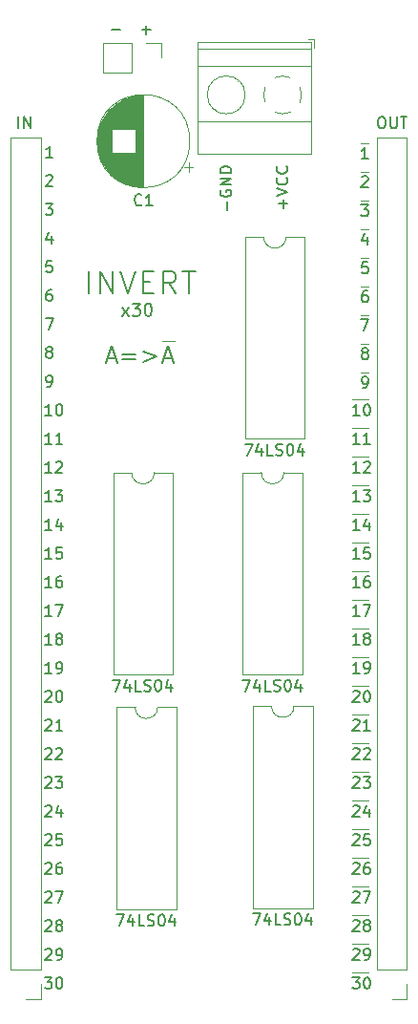
<source format=gbr>
%TF.GenerationSoftware,KiCad,Pcbnew,(5.1.9-0-10_14)*%
%TF.CreationDate,2021-06-04T20:59:10-04:00*%
%TF.ProjectId,INVERT_CONTROL_INTERFACE,494e5645-5254-45f4-934f-4e54524f4c5f,rev?*%
%TF.SameCoordinates,Original*%
%TF.FileFunction,Legend,Top*%
%TF.FilePolarity,Positive*%
%FSLAX46Y46*%
G04 Gerber Fmt 4.6, Leading zero omitted, Abs format (unit mm)*
G04 Created by KiCad (PCBNEW (5.1.9-0-10_14)) date 2021-06-04 20:59:10*
%MOMM*%
%LPD*%
G01*
G04 APERTURE LIST*
%ADD10C,0.150000*%
%ADD11C,0.120000*%
%ADD12C,0.170000*%
%ADD13C,0.200000*%
G04 APERTURE END LIST*
D10*
X94880952Y-50828571D02*
X94119047Y-50828571D01*
X94500000Y-50447619D02*
X94500000Y-51209523D01*
X92180952Y-50828571D02*
X91419047Y-50828571D01*
D11*
X95900000Y-78400000D02*
X97000000Y-78400000D01*
D12*
X91042857Y-79950000D02*
X91757142Y-79950000D01*
X90900000Y-80378571D02*
X91400000Y-78878571D01*
X91900000Y-80378571D01*
X92400000Y-79592857D02*
X93542857Y-79592857D01*
X93542857Y-80021428D02*
X92400000Y-80021428D01*
X94257142Y-79378571D02*
X95400000Y-79807142D01*
X94257142Y-80235714D01*
X96042857Y-79950000D02*
X96757142Y-79950000D01*
X95900000Y-80378571D02*
X96400000Y-78878571D01*
X96900000Y-80378571D01*
X92364285Y-76197619D02*
X92940476Y-75464285D01*
X92364285Y-75464285D02*
X92940476Y-76197619D01*
X93254761Y-75097619D02*
X93935714Y-75097619D01*
X93569047Y-75516666D01*
X93726190Y-75516666D01*
X93830952Y-75569047D01*
X93883333Y-75621428D01*
X93935714Y-75726190D01*
X93935714Y-75988095D01*
X93883333Y-76092857D01*
X93830952Y-76145238D01*
X93726190Y-76197619D01*
X93411904Y-76197619D01*
X93307142Y-76145238D01*
X93254761Y-76092857D01*
X94616666Y-75097619D02*
X94721428Y-75097619D01*
X94826190Y-75150000D01*
X94878571Y-75202380D01*
X94930952Y-75307142D01*
X94983333Y-75516666D01*
X94983333Y-75778571D01*
X94930952Y-75988095D01*
X94878571Y-76092857D01*
X94826190Y-76145238D01*
X94721428Y-76197619D01*
X94616666Y-76197619D01*
X94511904Y-76145238D01*
X94459523Y-76092857D01*
X94407142Y-75988095D01*
X94354761Y-75778571D01*
X94354761Y-75516666D01*
X94407142Y-75307142D01*
X94459523Y-75202380D01*
X94511904Y-75150000D01*
X94616666Y-75097619D01*
D13*
X89428571Y-74204761D02*
X89428571Y-72204761D01*
X90380952Y-74204761D02*
X90380952Y-72204761D01*
X91523809Y-74204761D01*
X91523809Y-72204761D01*
X92190476Y-72204761D02*
X92857142Y-74204761D01*
X93523809Y-72204761D01*
X94190476Y-73157142D02*
X94857142Y-73157142D01*
X95142857Y-74204761D02*
X94190476Y-74204761D01*
X94190476Y-72204761D01*
X95142857Y-72204761D01*
X97142857Y-74204761D02*
X96476190Y-73252380D01*
X96000000Y-74204761D02*
X96000000Y-72204761D01*
X96761904Y-72204761D01*
X96952380Y-72300000D01*
X97047619Y-72395238D01*
X97142857Y-72585714D01*
X97142857Y-72871428D01*
X97047619Y-73061904D01*
X96952380Y-73157142D01*
X96761904Y-73252380D01*
X96000000Y-73252380D01*
X97714285Y-72204761D02*
X98857142Y-72204761D01*
X98285714Y-74204761D02*
X98285714Y-72204761D01*
D10*
X103957142Y-129152380D02*
X104623809Y-129152380D01*
X104195238Y-130152380D01*
X105433333Y-129485714D02*
X105433333Y-130152380D01*
X105195238Y-129104761D02*
X104957142Y-129819047D01*
X105576190Y-129819047D01*
X106433333Y-130152380D02*
X105957142Y-130152380D01*
X105957142Y-129152380D01*
X106719047Y-130104761D02*
X106861904Y-130152380D01*
X107100000Y-130152380D01*
X107195238Y-130104761D01*
X107242857Y-130057142D01*
X107290476Y-129961904D01*
X107290476Y-129866666D01*
X107242857Y-129771428D01*
X107195238Y-129723809D01*
X107100000Y-129676190D01*
X106909523Y-129628571D01*
X106814285Y-129580952D01*
X106766666Y-129533333D01*
X106719047Y-129438095D01*
X106719047Y-129342857D01*
X106766666Y-129247619D01*
X106814285Y-129200000D01*
X106909523Y-129152380D01*
X107147619Y-129152380D01*
X107290476Y-129200000D01*
X107909523Y-129152380D02*
X108004761Y-129152380D01*
X108100000Y-129200000D01*
X108147619Y-129247619D01*
X108195238Y-129342857D01*
X108242857Y-129533333D01*
X108242857Y-129771428D01*
X108195238Y-129961904D01*
X108147619Y-130057142D01*
X108100000Y-130104761D01*
X108004761Y-130152380D01*
X107909523Y-130152380D01*
X107814285Y-130104761D01*
X107766666Y-130057142D01*
X107719047Y-129961904D01*
X107671428Y-129771428D01*
X107671428Y-129533333D01*
X107719047Y-129342857D01*
X107766666Y-129247619D01*
X107814285Y-129200000D01*
X107909523Y-129152380D01*
X109100000Y-129485714D02*
X109100000Y-130152380D01*
X108861904Y-129104761D02*
X108623809Y-129819047D01*
X109242857Y-129819047D01*
X91857142Y-129252380D02*
X92523809Y-129252380D01*
X92095238Y-130252380D01*
X93333333Y-129585714D02*
X93333333Y-130252380D01*
X93095238Y-129204761D02*
X92857142Y-129919047D01*
X93476190Y-129919047D01*
X94333333Y-130252380D02*
X93857142Y-130252380D01*
X93857142Y-129252380D01*
X94619047Y-130204761D02*
X94761904Y-130252380D01*
X95000000Y-130252380D01*
X95095238Y-130204761D01*
X95142857Y-130157142D01*
X95190476Y-130061904D01*
X95190476Y-129966666D01*
X95142857Y-129871428D01*
X95095238Y-129823809D01*
X95000000Y-129776190D01*
X94809523Y-129728571D01*
X94714285Y-129680952D01*
X94666666Y-129633333D01*
X94619047Y-129538095D01*
X94619047Y-129442857D01*
X94666666Y-129347619D01*
X94714285Y-129300000D01*
X94809523Y-129252380D01*
X95047619Y-129252380D01*
X95190476Y-129300000D01*
X95809523Y-129252380D02*
X95904761Y-129252380D01*
X96000000Y-129300000D01*
X96047619Y-129347619D01*
X96095238Y-129442857D01*
X96142857Y-129633333D01*
X96142857Y-129871428D01*
X96095238Y-130061904D01*
X96047619Y-130157142D01*
X96000000Y-130204761D01*
X95904761Y-130252380D01*
X95809523Y-130252380D01*
X95714285Y-130204761D01*
X95666666Y-130157142D01*
X95619047Y-130061904D01*
X95571428Y-129871428D01*
X95571428Y-129633333D01*
X95619047Y-129442857D01*
X95666666Y-129347619D01*
X95714285Y-129300000D01*
X95809523Y-129252380D01*
X97000000Y-129585714D02*
X97000000Y-130252380D01*
X96761904Y-129204761D02*
X96523809Y-129919047D01*
X97142857Y-129919047D01*
X91557142Y-108452380D02*
X92223809Y-108452380D01*
X91795238Y-109452380D01*
X93033333Y-108785714D02*
X93033333Y-109452380D01*
X92795238Y-108404761D02*
X92557142Y-109119047D01*
X93176190Y-109119047D01*
X94033333Y-109452380D02*
X93557142Y-109452380D01*
X93557142Y-108452380D01*
X94319047Y-109404761D02*
X94461904Y-109452380D01*
X94700000Y-109452380D01*
X94795238Y-109404761D01*
X94842857Y-109357142D01*
X94890476Y-109261904D01*
X94890476Y-109166666D01*
X94842857Y-109071428D01*
X94795238Y-109023809D01*
X94700000Y-108976190D01*
X94509523Y-108928571D01*
X94414285Y-108880952D01*
X94366666Y-108833333D01*
X94319047Y-108738095D01*
X94319047Y-108642857D01*
X94366666Y-108547619D01*
X94414285Y-108500000D01*
X94509523Y-108452380D01*
X94747619Y-108452380D01*
X94890476Y-108500000D01*
X95509523Y-108452380D02*
X95604761Y-108452380D01*
X95700000Y-108500000D01*
X95747619Y-108547619D01*
X95795238Y-108642857D01*
X95842857Y-108833333D01*
X95842857Y-109071428D01*
X95795238Y-109261904D01*
X95747619Y-109357142D01*
X95700000Y-109404761D01*
X95604761Y-109452380D01*
X95509523Y-109452380D01*
X95414285Y-109404761D01*
X95366666Y-109357142D01*
X95319047Y-109261904D01*
X95271428Y-109071428D01*
X95271428Y-108833333D01*
X95319047Y-108642857D01*
X95366666Y-108547619D01*
X95414285Y-108500000D01*
X95509523Y-108452380D01*
X96700000Y-108785714D02*
X96700000Y-109452380D01*
X96461904Y-108404761D02*
X96223809Y-109119047D01*
X96842857Y-109119047D01*
X103057142Y-108452380D02*
X103723809Y-108452380D01*
X103295238Y-109452380D01*
X104533333Y-108785714D02*
X104533333Y-109452380D01*
X104295238Y-108404761D02*
X104057142Y-109119047D01*
X104676190Y-109119047D01*
X105533333Y-109452380D02*
X105057142Y-109452380D01*
X105057142Y-108452380D01*
X105819047Y-109404761D02*
X105961904Y-109452380D01*
X106200000Y-109452380D01*
X106295238Y-109404761D01*
X106342857Y-109357142D01*
X106390476Y-109261904D01*
X106390476Y-109166666D01*
X106342857Y-109071428D01*
X106295238Y-109023809D01*
X106200000Y-108976190D01*
X106009523Y-108928571D01*
X105914285Y-108880952D01*
X105866666Y-108833333D01*
X105819047Y-108738095D01*
X105819047Y-108642857D01*
X105866666Y-108547619D01*
X105914285Y-108500000D01*
X106009523Y-108452380D01*
X106247619Y-108452380D01*
X106390476Y-108500000D01*
X107009523Y-108452380D02*
X107104761Y-108452380D01*
X107200000Y-108500000D01*
X107247619Y-108547619D01*
X107295238Y-108642857D01*
X107342857Y-108833333D01*
X107342857Y-109071428D01*
X107295238Y-109261904D01*
X107247619Y-109357142D01*
X107200000Y-109404761D01*
X107104761Y-109452380D01*
X107009523Y-109452380D01*
X106914285Y-109404761D01*
X106866666Y-109357142D01*
X106819047Y-109261904D01*
X106771428Y-109071428D01*
X106771428Y-108833333D01*
X106819047Y-108642857D01*
X106866666Y-108547619D01*
X106914285Y-108500000D01*
X107009523Y-108452380D01*
X108200000Y-108785714D02*
X108200000Y-109452380D01*
X107961904Y-108404761D02*
X107723809Y-109119047D01*
X108342857Y-109119047D01*
X103257142Y-87552380D02*
X103923809Y-87552380D01*
X103495238Y-88552380D01*
X104733333Y-87885714D02*
X104733333Y-88552380D01*
X104495238Y-87504761D02*
X104257142Y-88219047D01*
X104876190Y-88219047D01*
X105733333Y-88552380D02*
X105257142Y-88552380D01*
X105257142Y-87552380D01*
X106019047Y-88504761D02*
X106161904Y-88552380D01*
X106400000Y-88552380D01*
X106495238Y-88504761D01*
X106542857Y-88457142D01*
X106590476Y-88361904D01*
X106590476Y-88266666D01*
X106542857Y-88171428D01*
X106495238Y-88123809D01*
X106400000Y-88076190D01*
X106209523Y-88028571D01*
X106114285Y-87980952D01*
X106066666Y-87933333D01*
X106019047Y-87838095D01*
X106019047Y-87742857D01*
X106066666Y-87647619D01*
X106114285Y-87600000D01*
X106209523Y-87552380D01*
X106447619Y-87552380D01*
X106590476Y-87600000D01*
X107209523Y-87552380D02*
X107304761Y-87552380D01*
X107400000Y-87600000D01*
X107447619Y-87647619D01*
X107495238Y-87742857D01*
X107542857Y-87933333D01*
X107542857Y-88171428D01*
X107495238Y-88361904D01*
X107447619Y-88457142D01*
X107400000Y-88504761D01*
X107304761Y-88552380D01*
X107209523Y-88552380D01*
X107114285Y-88504761D01*
X107066666Y-88457142D01*
X107019047Y-88361904D01*
X106971428Y-88171428D01*
X106971428Y-87933333D01*
X107019047Y-87742857D01*
X107066666Y-87647619D01*
X107114285Y-87600000D01*
X107209523Y-87552380D01*
X108400000Y-87885714D02*
X108400000Y-88552380D01*
X108161904Y-87504761D02*
X107923809Y-88219047D01*
X108542857Y-88219047D01*
X101671428Y-66804761D02*
X101671428Y-66042857D01*
X101100000Y-65042857D02*
X101052380Y-65138095D01*
X101052380Y-65280952D01*
X101100000Y-65423809D01*
X101195238Y-65519047D01*
X101290476Y-65566666D01*
X101480952Y-65614285D01*
X101623809Y-65614285D01*
X101814285Y-65566666D01*
X101909523Y-65519047D01*
X102004761Y-65423809D01*
X102052380Y-65280952D01*
X102052380Y-65185714D01*
X102004761Y-65042857D01*
X101957142Y-64995238D01*
X101623809Y-64995238D01*
X101623809Y-65185714D01*
X102052380Y-64566666D02*
X101052380Y-64566666D01*
X102052380Y-63995238D01*
X101052380Y-63995238D01*
X102052380Y-63519047D02*
X101052380Y-63519047D01*
X101052380Y-63280952D01*
X101100000Y-63138095D01*
X101195238Y-63042857D01*
X101290476Y-62995238D01*
X101480952Y-62947619D01*
X101623809Y-62947619D01*
X101814285Y-62995238D01*
X101909523Y-63042857D01*
X102004761Y-63138095D01*
X102052380Y-63280952D01*
X102052380Y-63519047D01*
X106671428Y-66609523D02*
X106671428Y-65847619D01*
X107052380Y-66228571D02*
X106290476Y-66228571D01*
X106052380Y-65514285D02*
X107052380Y-65180952D01*
X106052380Y-64847619D01*
X106957142Y-63942857D02*
X107004761Y-63990476D01*
X107052380Y-64133333D01*
X107052380Y-64228571D01*
X107004761Y-64371428D01*
X106909523Y-64466666D01*
X106814285Y-64514285D01*
X106623809Y-64561904D01*
X106480952Y-64561904D01*
X106290476Y-64514285D01*
X106195238Y-64466666D01*
X106100000Y-64371428D01*
X106052380Y-64228571D01*
X106052380Y-64133333D01*
X106100000Y-63990476D01*
X106147619Y-63942857D01*
X106957142Y-62942857D02*
X107004761Y-62990476D01*
X107052380Y-63133333D01*
X107052380Y-63228571D01*
X107004761Y-63371428D01*
X106909523Y-63466666D01*
X106814285Y-63514285D01*
X106623809Y-63561904D01*
X106480952Y-63561904D01*
X106290476Y-63514285D01*
X106195238Y-63466666D01*
X106100000Y-63371428D01*
X106052380Y-63228571D01*
X106052380Y-63133333D01*
X106100000Y-62990476D01*
X106147619Y-62942857D01*
X115300000Y-58552380D02*
X115490476Y-58552380D01*
X115585714Y-58600000D01*
X115680952Y-58695238D01*
X115728571Y-58885714D01*
X115728571Y-59219047D01*
X115680952Y-59409523D01*
X115585714Y-59504761D01*
X115490476Y-59552380D01*
X115300000Y-59552380D01*
X115204761Y-59504761D01*
X115109523Y-59409523D01*
X115061904Y-59219047D01*
X115061904Y-58885714D01*
X115109523Y-58695238D01*
X115204761Y-58600000D01*
X115300000Y-58552380D01*
X116157142Y-58552380D02*
X116157142Y-59361904D01*
X116204761Y-59457142D01*
X116252380Y-59504761D01*
X116347619Y-59552380D01*
X116538095Y-59552380D01*
X116633333Y-59504761D01*
X116680952Y-59457142D01*
X116728571Y-59361904D01*
X116728571Y-58552380D01*
X117061904Y-58552380D02*
X117633333Y-58552380D01*
X117347619Y-59552380D02*
X117347619Y-58552380D01*
X83176190Y-59552380D02*
X83176190Y-58552380D01*
X83652380Y-59552380D02*
X83652380Y-58552380D01*
X84223809Y-59552380D01*
X84223809Y-58552380D01*
D11*
X113500000Y-81220000D02*
X114200000Y-81220000D01*
X113500000Y-78680000D02*
X114200000Y-78680000D01*
X113500000Y-76140000D02*
X114200000Y-76140000D01*
X113500000Y-73600000D02*
X114200000Y-73600000D01*
X113500000Y-71060000D02*
X114200000Y-71060000D01*
X113500000Y-68520000D02*
X114200000Y-68520000D01*
X113500000Y-65980000D02*
X114200000Y-65980000D01*
X113500000Y-63440000D02*
X114200000Y-63440000D01*
X113500000Y-60900000D02*
X114200000Y-60900000D01*
X112800000Y-134400000D02*
X114200000Y-134400000D01*
X112800000Y-131860000D02*
X114200000Y-131860000D01*
X112800000Y-129320000D02*
X114200000Y-129320000D01*
X112800000Y-126780000D02*
X114200000Y-126780000D01*
X112800000Y-124240000D02*
X114200000Y-124240000D01*
X112800000Y-121700000D02*
X114200000Y-121700000D01*
X112800000Y-119160000D02*
X114200000Y-119160000D01*
X112800000Y-116620000D02*
X114200000Y-116620000D01*
X112800000Y-114080000D02*
X114200000Y-114080000D01*
X112800000Y-111540000D02*
X114200000Y-111540000D01*
X112800000Y-109000000D02*
X114200000Y-109000000D01*
X112800000Y-106460000D02*
X114200000Y-106460000D01*
X112800000Y-103920000D02*
X114200000Y-103920000D01*
X112800000Y-101380000D02*
X114200000Y-101380000D01*
X112800000Y-98840000D02*
X114200000Y-98840000D01*
X112800000Y-96300000D02*
X114200000Y-96300000D01*
X112800000Y-93760000D02*
X114200000Y-93760000D01*
X112800000Y-91220000D02*
X114200000Y-91220000D01*
X112800000Y-88680000D02*
X114200000Y-88680000D01*
X112800000Y-86140000D02*
X114200000Y-86140000D01*
X112800000Y-83600000D02*
X114200000Y-83600000D01*
D10*
X112790476Y-134812380D02*
X113409523Y-134812380D01*
X113076190Y-135193333D01*
X113219047Y-135193333D01*
X113314285Y-135240952D01*
X113361904Y-135288571D01*
X113409523Y-135383809D01*
X113409523Y-135621904D01*
X113361904Y-135717142D01*
X113314285Y-135764761D01*
X113219047Y-135812380D01*
X112933333Y-135812380D01*
X112838095Y-135764761D01*
X112790476Y-135717142D01*
X114028571Y-134812380D02*
X114123809Y-134812380D01*
X114219047Y-134860000D01*
X114266666Y-134907619D01*
X114314285Y-135002857D01*
X114361904Y-135193333D01*
X114361904Y-135431428D01*
X114314285Y-135621904D01*
X114266666Y-135717142D01*
X114219047Y-135764761D01*
X114123809Y-135812380D01*
X114028571Y-135812380D01*
X113933333Y-135764761D01*
X113885714Y-135717142D01*
X113838095Y-135621904D01*
X113790476Y-135431428D01*
X113790476Y-135193333D01*
X113838095Y-135002857D01*
X113885714Y-134907619D01*
X113933333Y-134860000D01*
X114028571Y-134812380D01*
X112838095Y-122207619D02*
X112885714Y-122160000D01*
X112980952Y-122112380D01*
X113219047Y-122112380D01*
X113314285Y-122160000D01*
X113361904Y-122207619D01*
X113409523Y-122302857D01*
X113409523Y-122398095D01*
X113361904Y-122540952D01*
X112790476Y-123112380D01*
X113409523Y-123112380D01*
X114314285Y-122112380D02*
X113838095Y-122112380D01*
X113790476Y-122588571D01*
X113838095Y-122540952D01*
X113933333Y-122493333D01*
X114171428Y-122493333D01*
X114266666Y-122540952D01*
X114314285Y-122588571D01*
X114361904Y-122683809D01*
X114361904Y-122921904D01*
X114314285Y-123017142D01*
X114266666Y-123064761D01*
X114171428Y-123112380D01*
X113933333Y-123112380D01*
X113838095Y-123064761D01*
X113790476Y-123017142D01*
X112838095Y-117127619D02*
X112885714Y-117080000D01*
X112980952Y-117032380D01*
X113219047Y-117032380D01*
X113314285Y-117080000D01*
X113361904Y-117127619D01*
X113409523Y-117222857D01*
X113409523Y-117318095D01*
X113361904Y-117460952D01*
X112790476Y-118032380D01*
X113409523Y-118032380D01*
X113742857Y-117032380D02*
X114361904Y-117032380D01*
X114028571Y-117413333D01*
X114171428Y-117413333D01*
X114266666Y-117460952D01*
X114314285Y-117508571D01*
X114361904Y-117603809D01*
X114361904Y-117841904D01*
X114314285Y-117937142D01*
X114266666Y-117984761D01*
X114171428Y-118032380D01*
X113885714Y-118032380D01*
X113790476Y-117984761D01*
X113742857Y-117937142D01*
X112838095Y-119667619D02*
X112885714Y-119620000D01*
X112980952Y-119572380D01*
X113219047Y-119572380D01*
X113314285Y-119620000D01*
X113361904Y-119667619D01*
X113409523Y-119762857D01*
X113409523Y-119858095D01*
X113361904Y-120000952D01*
X112790476Y-120572380D01*
X113409523Y-120572380D01*
X114266666Y-119905714D02*
X114266666Y-120572380D01*
X114028571Y-119524761D02*
X113790476Y-120239047D01*
X114409523Y-120239047D01*
X112838095Y-132367619D02*
X112885714Y-132320000D01*
X112980952Y-132272380D01*
X113219047Y-132272380D01*
X113314285Y-132320000D01*
X113361904Y-132367619D01*
X113409523Y-132462857D01*
X113409523Y-132558095D01*
X113361904Y-132700952D01*
X112790476Y-133272380D01*
X113409523Y-133272380D01*
X113885714Y-133272380D02*
X114076190Y-133272380D01*
X114171428Y-133224761D01*
X114219047Y-133177142D01*
X114314285Y-133034285D01*
X114361904Y-132843809D01*
X114361904Y-132462857D01*
X114314285Y-132367619D01*
X114266666Y-132320000D01*
X114171428Y-132272380D01*
X113980952Y-132272380D01*
X113885714Y-132320000D01*
X113838095Y-132367619D01*
X113790476Y-132462857D01*
X113790476Y-132700952D01*
X113838095Y-132796190D01*
X113885714Y-132843809D01*
X113980952Y-132891428D01*
X114171428Y-132891428D01*
X114266666Y-132843809D01*
X114314285Y-132796190D01*
X114361904Y-132700952D01*
X112838095Y-127287619D02*
X112885714Y-127240000D01*
X112980952Y-127192380D01*
X113219047Y-127192380D01*
X113314285Y-127240000D01*
X113361904Y-127287619D01*
X113409523Y-127382857D01*
X113409523Y-127478095D01*
X113361904Y-127620952D01*
X112790476Y-128192380D01*
X113409523Y-128192380D01*
X113742857Y-127192380D02*
X114409523Y-127192380D01*
X113980952Y-128192380D01*
X112838095Y-129827619D02*
X112885714Y-129780000D01*
X112980952Y-129732380D01*
X113219047Y-129732380D01*
X113314285Y-129780000D01*
X113361904Y-129827619D01*
X113409523Y-129922857D01*
X113409523Y-130018095D01*
X113361904Y-130160952D01*
X112790476Y-130732380D01*
X113409523Y-130732380D01*
X113980952Y-130160952D02*
X113885714Y-130113333D01*
X113838095Y-130065714D01*
X113790476Y-129970476D01*
X113790476Y-129922857D01*
X113838095Y-129827619D01*
X113885714Y-129780000D01*
X113980952Y-129732380D01*
X114171428Y-129732380D01*
X114266666Y-129780000D01*
X114314285Y-129827619D01*
X114361904Y-129922857D01*
X114361904Y-129970476D01*
X114314285Y-130065714D01*
X114266666Y-130113333D01*
X114171428Y-130160952D01*
X113980952Y-130160952D01*
X113885714Y-130208571D01*
X113838095Y-130256190D01*
X113790476Y-130351428D01*
X113790476Y-130541904D01*
X113838095Y-130637142D01*
X113885714Y-130684761D01*
X113980952Y-130732380D01*
X114171428Y-130732380D01*
X114266666Y-130684761D01*
X114314285Y-130637142D01*
X114361904Y-130541904D01*
X114361904Y-130351428D01*
X114314285Y-130256190D01*
X114266666Y-130208571D01*
X114171428Y-130160952D01*
X112838095Y-112047619D02*
X112885714Y-112000000D01*
X112980952Y-111952380D01*
X113219047Y-111952380D01*
X113314285Y-112000000D01*
X113361904Y-112047619D01*
X113409523Y-112142857D01*
X113409523Y-112238095D01*
X113361904Y-112380952D01*
X112790476Y-112952380D01*
X113409523Y-112952380D01*
X114361904Y-112952380D02*
X113790476Y-112952380D01*
X114076190Y-112952380D02*
X114076190Y-111952380D01*
X113980952Y-112095238D01*
X113885714Y-112190476D01*
X113790476Y-112238095D01*
X112838095Y-124747619D02*
X112885714Y-124700000D01*
X112980952Y-124652380D01*
X113219047Y-124652380D01*
X113314285Y-124700000D01*
X113361904Y-124747619D01*
X113409523Y-124842857D01*
X113409523Y-124938095D01*
X113361904Y-125080952D01*
X112790476Y-125652380D01*
X113409523Y-125652380D01*
X114266666Y-124652380D02*
X114076190Y-124652380D01*
X113980952Y-124700000D01*
X113933333Y-124747619D01*
X113838095Y-124890476D01*
X113790476Y-125080952D01*
X113790476Y-125461904D01*
X113838095Y-125557142D01*
X113885714Y-125604761D01*
X113980952Y-125652380D01*
X114171428Y-125652380D01*
X114266666Y-125604761D01*
X114314285Y-125557142D01*
X114361904Y-125461904D01*
X114361904Y-125223809D01*
X114314285Y-125128571D01*
X114266666Y-125080952D01*
X114171428Y-125033333D01*
X113980952Y-125033333D01*
X113885714Y-125080952D01*
X113838095Y-125128571D01*
X113790476Y-125223809D01*
X112838095Y-114587619D02*
X112885714Y-114540000D01*
X112980952Y-114492380D01*
X113219047Y-114492380D01*
X113314285Y-114540000D01*
X113361904Y-114587619D01*
X113409523Y-114682857D01*
X113409523Y-114778095D01*
X113361904Y-114920952D01*
X112790476Y-115492380D01*
X113409523Y-115492380D01*
X113790476Y-114587619D02*
X113838095Y-114540000D01*
X113933333Y-114492380D01*
X114171428Y-114492380D01*
X114266666Y-114540000D01*
X114314285Y-114587619D01*
X114361904Y-114682857D01*
X114361904Y-114778095D01*
X114314285Y-114920952D01*
X113742857Y-115492380D01*
X114361904Y-115492380D01*
X113409523Y-85012380D02*
X112838095Y-85012380D01*
X113123809Y-85012380D02*
X113123809Y-84012380D01*
X113028571Y-84155238D01*
X112933333Y-84250476D01*
X112838095Y-84298095D01*
X114028571Y-84012380D02*
X114123809Y-84012380D01*
X114219047Y-84060000D01*
X114266666Y-84107619D01*
X114314285Y-84202857D01*
X114361904Y-84393333D01*
X114361904Y-84631428D01*
X114314285Y-84821904D01*
X114266666Y-84917142D01*
X114219047Y-84964761D01*
X114123809Y-85012380D01*
X114028571Y-85012380D01*
X113933333Y-84964761D01*
X113885714Y-84917142D01*
X113838095Y-84821904D01*
X113790476Y-84631428D01*
X113790476Y-84393333D01*
X113838095Y-84202857D01*
X113885714Y-84107619D01*
X113933333Y-84060000D01*
X114028571Y-84012380D01*
X114090476Y-73952380D02*
X113900000Y-73952380D01*
X113804761Y-74000000D01*
X113757142Y-74047619D01*
X113661904Y-74190476D01*
X113614285Y-74380952D01*
X113614285Y-74761904D01*
X113661904Y-74857142D01*
X113709523Y-74904761D01*
X113804761Y-74952380D01*
X113995238Y-74952380D01*
X114090476Y-74904761D01*
X114138095Y-74857142D01*
X114185714Y-74761904D01*
X114185714Y-74523809D01*
X114138095Y-74428571D01*
X114090476Y-74380952D01*
X113995238Y-74333333D01*
X113804761Y-74333333D01*
X113709523Y-74380952D01*
X113661904Y-74428571D01*
X113614285Y-74523809D01*
X113709523Y-82572380D02*
X113900000Y-82572380D01*
X113995238Y-82524761D01*
X114042857Y-82477142D01*
X114138095Y-82334285D01*
X114185714Y-82143809D01*
X114185714Y-81762857D01*
X114138095Y-81667619D01*
X114090476Y-81620000D01*
X113995238Y-81572380D01*
X113804761Y-81572380D01*
X113709523Y-81620000D01*
X113661904Y-81667619D01*
X113614285Y-81762857D01*
X113614285Y-82000952D01*
X113661904Y-82096190D01*
X113709523Y-82143809D01*
X113804761Y-82191428D01*
X113995238Y-82191428D01*
X114090476Y-82143809D01*
X114138095Y-82096190D01*
X114185714Y-82000952D01*
X113566666Y-76492380D02*
X114233333Y-76492380D01*
X113804761Y-77492380D01*
X113409523Y-87552380D02*
X112838095Y-87552380D01*
X113123809Y-87552380D02*
X113123809Y-86552380D01*
X113028571Y-86695238D01*
X112933333Y-86790476D01*
X112838095Y-86838095D01*
X114361904Y-87552380D02*
X113790476Y-87552380D01*
X114076190Y-87552380D02*
X114076190Y-86552380D01*
X113980952Y-86695238D01*
X113885714Y-86790476D01*
X113790476Y-86838095D01*
X113409523Y-95172380D02*
X112838095Y-95172380D01*
X113123809Y-95172380D02*
X113123809Y-94172380D01*
X113028571Y-94315238D01*
X112933333Y-94410476D01*
X112838095Y-94458095D01*
X114266666Y-94505714D02*
X114266666Y-95172380D01*
X114028571Y-94124761D02*
X113790476Y-94839047D01*
X114409523Y-94839047D01*
X112838095Y-109507619D02*
X112885714Y-109460000D01*
X112980952Y-109412380D01*
X113219047Y-109412380D01*
X113314285Y-109460000D01*
X113361904Y-109507619D01*
X113409523Y-109602857D01*
X113409523Y-109698095D01*
X113361904Y-109840952D01*
X112790476Y-110412380D01*
X113409523Y-110412380D01*
X114028571Y-109412380D02*
X114123809Y-109412380D01*
X114219047Y-109460000D01*
X114266666Y-109507619D01*
X114314285Y-109602857D01*
X114361904Y-109793333D01*
X114361904Y-110031428D01*
X114314285Y-110221904D01*
X114266666Y-110317142D01*
X114219047Y-110364761D01*
X114123809Y-110412380D01*
X114028571Y-110412380D01*
X113933333Y-110364761D01*
X113885714Y-110317142D01*
X113838095Y-110221904D01*
X113790476Y-110031428D01*
X113790476Y-109793333D01*
X113838095Y-109602857D01*
X113885714Y-109507619D01*
X113933333Y-109460000D01*
X114028571Y-109412380D01*
X113409523Y-105332380D02*
X112838095Y-105332380D01*
X113123809Y-105332380D02*
X113123809Y-104332380D01*
X113028571Y-104475238D01*
X112933333Y-104570476D01*
X112838095Y-104618095D01*
X113980952Y-104760952D02*
X113885714Y-104713333D01*
X113838095Y-104665714D01*
X113790476Y-104570476D01*
X113790476Y-104522857D01*
X113838095Y-104427619D01*
X113885714Y-104380000D01*
X113980952Y-104332380D01*
X114171428Y-104332380D01*
X114266666Y-104380000D01*
X114314285Y-104427619D01*
X114361904Y-104522857D01*
X114361904Y-104570476D01*
X114314285Y-104665714D01*
X114266666Y-104713333D01*
X114171428Y-104760952D01*
X113980952Y-104760952D01*
X113885714Y-104808571D01*
X113838095Y-104856190D01*
X113790476Y-104951428D01*
X113790476Y-105141904D01*
X113838095Y-105237142D01*
X113885714Y-105284761D01*
X113980952Y-105332380D01*
X114171428Y-105332380D01*
X114266666Y-105284761D01*
X114314285Y-105237142D01*
X114361904Y-105141904D01*
X114361904Y-104951428D01*
X114314285Y-104856190D01*
X114266666Y-104808571D01*
X114171428Y-104760952D01*
X113409523Y-107872380D02*
X112838095Y-107872380D01*
X113123809Y-107872380D02*
X113123809Y-106872380D01*
X113028571Y-107015238D01*
X112933333Y-107110476D01*
X112838095Y-107158095D01*
X113885714Y-107872380D02*
X114076190Y-107872380D01*
X114171428Y-107824761D01*
X114219047Y-107777142D01*
X114314285Y-107634285D01*
X114361904Y-107443809D01*
X114361904Y-107062857D01*
X114314285Y-106967619D01*
X114266666Y-106920000D01*
X114171428Y-106872380D01*
X113980952Y-106872380D01*
X113885714Y-106920000D01*
X113838095Y-106967619D01*
X113790476Y-107062857D01*
X113790476Y-107300952D01*
X113838095Y-107396190D01*
X113885714Y-107443809D01*
X113980952Y-107491428D01*
X114171428Y-107491428D01*
X114266666Y-107443809D01*
X114314285Y-107396190D01*
X114361904Y-107300952D01*
X113409523Y-102792380D02*
X112838095Y-102792380D01*
X113123809Y-102792380D02*
X113123809Y-101792380D01*
X113028571Y-101935238D01*
X112933333Y-102030476D01*
X112838095Y-102078095D01*
X113742857Y-101792380D02*
X114409523Y-101792380D01*
X113980952Y-102792380D01*
X113409523Y-92632380D02*
X112838095Y-92632380D01*
X113123809Y-92632380D02*
X113123809Y-91632380D01*
X113028571Y-91775238D01*
X112933333Y-91870476D01*
X112838095Y-91918095D01*
X113742857Y-91632380D02*
X114361904Y-91632380D01*
X114028571Y-92013333D01*
X114171428Y-92013333D01*
X114266666Y-92060952D01*
X114314285Y-92108571D01*
X114361904Y-92203809D01*
X114361904Y-92441904D01*
X114314285Y-92537142D01*
X114266666Y-92584761D01*
X114171428Y-92632380D01*
X113885714Y-92632380D01*
X113790476Y-92584761D01*
X113742857Y-92537142D01*
X113614285Y-63887619D02*
X113661904Y-63840000D01*
X113757142Y-63792380D01*
X113995238Y-63792380D01*
X114090476Y-63840000D01*
X114138095Y-63887619D01*
X114185714Y-63982857D01*
X114185714Y-64078095D01*
X114138095Y-64220952D01*
X113566666Y-64792380D01*
X114185714Y-64792380D01*
X113409523Y-97712380D02*
X112838095Y-97712380D01*
X113123809Y-97712380D02*
X113123809Y-96712380D01*
X113028571Y-96855238D01*
X112933333Y-96950476D01*
X112838095Y-96998095D01*
X114314285Y-96712380D02*
X113838095Y-96712380D01*
X113790476Y-97188571D01*
X113838095Y-97140952D01*
X113933333Y-97093333D01*
X114171428Y-97093333D01*
X114266666Y-97140952D01*
X114314285Y-97188571D01*
X114361904Y-97283809D01*
X114361904Y-97521904D01*
X114314285Y-97617142D01*
X114266666Y-97664761D01*
X114171428Y-97712380D01*
X113933333Y-97712380D01*
X113838095Y-97664761D01*
X113790476Y-97617142D01*
X113409523Y-100252380D02*
X112838095Y-100252380D01*
X113123809Y-100252380D02*
X113123809Y-99252380D01*
X113028571Y-99395238D01*
X112933333Y-99490476D01*
X112838095Y-99538095D01*
X114266666Y-99252380D02*
X114076190Y-99252380D01*
X113980952Y-99300000D01*
X113933333Y-99347619D01*
X113838095Y-99490476D01*
X113790476Y-99680952D01*
X113790476Y-100061904D01*
X113838095Y-100157142D01*
X113885714Y-100204761D01*
X113980952Y-100252380D01*
X114171428Y-100252380D01*
X114266666Y-100204761D01*
X114314285Y-100157142D01*
X114361904Y-100061904D01*
X114361904Y-99823809D01*
X114314285Y-99728571D01*
X114266666Y-99680952D01*
X114171428Y-99633333D01*
X113980952Y-99633333D01*
X113885714Y-99680952D01*
X113838095Y-99728571D01*
X113790476Y-99823809D01*
X114090476Y-69205714D02*
X114090476Y-69872380D01*
X113852380Y-68824761D02*
X113614285Y-69539047D01*
X114233333Y-69539047D01*
X114138095Y-71412380D02*
X113661904Y-71412380D01*
X113614285Y-71888571D01*
X113661904Y-71840952D01*
X113757142Y-71793333D01*
X113995238Y-71793333D01*
X114090476Y-71840952D01*
X114138095Y-71888571D01*
X114185714Y-71983809D01*
X114185714Y-72221904D01*
X114138095Y-72317142D01*
X114090476Y-72364761D01*
X113995238Y-72412380D01*
X113757142Y-72412380D01*
X113661904Y-72364761D01*
X113614285Y-72317142D01*
X113566666Y-66332380D02*
X114185714Y-66332380D01*
X113852380Y-66713333D01*
X113995238Y-66713333D01*
X114090476Y-66760952D01*
X114138095Y-66808571D01*
X114185714Y-66903809D01*
X114185714Y-67141904D01*
X114138095Y-67237142D01*
X114090476Y-67284761D01*
X113995238Y-67332380D01*
X113709523Y-67332380D01*
X113614285Y-67284761D01*
X113566666Y-67237142D01*
X113409523Y-90092380D02*
X112838095Y-90092380D01*
X113123809Y-90092380D02*
X113123809Y-89092380D01*
X113028571Y-89235238D01*
X112933333Y-89330476D01*
X112838095Y-89378095D01*
X113790476Y-89187619D02*
X113838095Y-89140000D01*
X113933333Y-89092380D01*
X114171428Y-89092380D01*
X114266666Y-89140000D01*
X114314285Y-89187619D01*
X114361904Y-89282857D01*
X114361904Y-89378095D01*
X114314285Y-89520952D01*
X113742857Y-90092380D01*
X114361904Y-90092380D01*
X113804761Y-79460952D02*
X113709523Y-79413333D01*
X113661904Y-79365714D01*
X113614285Y-79270476D01*
X113614285Y-79222857D01*
X113661904Y-79127619D01*
X113709523Y-79080000D01*
X113804761Y-79032380D01*
X113995238Y-79032380D01*
X114090476Y-79080000D01*
X114138095Y-79127619D01*
X114185714Y-79222857D01*
X114185714Y-79270476D01*
X114138095Y-79365714D01*
X114090476Y-79413333D01*
X113995238Y-79460952D01*
X113804761Y-79460952D01*
X113709523Y-79508571D01*
X113661904Y-79556190D01*
X113614285Y-79651428D01*
X113614285Y-79841904D01*
X113661904Y-79937142D01*
X113709523Y-79984761D01*
X113804761Y-80032380D01*
X113995238Y-80032380D01*
X114090476Y-79984761D01*
X114138095Y-79937142D01*
X114185714Y-79841904D01*
X114185714Y-79651428D01*
X114138095Y-79556190D01*
X114090476Y-79508571D01*
X113995238Y-79460952D01*
X114185714Y-62252380D02*
X113614285Y-62252380D01*
X113900000Y-62252380D02*
X113900000Y-61252380D01*
X113804761Y-61395238D01*
X113709523Y-61490476D01*
X113614285Y-61538095D01*
X85490476Y-134812380D02*
X86109523Y-134812380D01*
X85776190Y-135193333D01*
X85919047Y-135193333D01*
X86014285Y-135240952D01*
X86061904Y-135288571D01*
X86109523Y-135383809D01*
X86109523Y-135621904D01*
X86061904Y-135717142D01*
X86014285Y-135764761D01*
X85919047Y-135812380D01*
X85633333Y-135812380D01*
X85538095Y-135764761D01*
X85490476Y-135717142D01*
X86728571Y-134812380D02*
X86823809Y-134812380D01*
X86919047Y-134860000D01*
X86966666Y-134907619D01*
X87014285Y-135002857D01*
X87061904Y-135193333D01*
X87061904Y-135431428D01*
X87014285Y-135621904D01*
X86966666Y-135717142D01*
X86919047Y-135764761D01*
X86823809Y-135812380D01*
X86728571Y-135812380D01*
X86633333Y-135764761D01*
X86585714Y-135717142D01*
X86538095Y-135621904D01*
X86490476Y-135431428D01*
X86490476Y-135193333D01*
X86538095Y-135002857D01*
X86585714Y-134907619D01*
X86633333Y-134860000D01*
X86728571Y-134812380D01*
X85538095Y-132367619D02*
X85585714Y-132320000D01*
X85680952Y-132272380D01*
X85919047Y-132272380D01*
X86014285Y-132320000D01*
X86061904Y-132367619D01*
X86109523Y-132462857D01*
X86109523Y-132558095D01*
X86061904Y-132700952D01*
X85490476Y-133272380D01*
X86109523Y-133272380D01*
X86585714Y-133272380D02*
X86776190Y-133272380D01*
X86871428Y-133224761D01*
X86919047Y-133177142D01*
X87014285Y-133034285D01*
X87061904Y-132843809D01*
X87061904Y-132462857D01*
X87014285Y-132367619D01*
X86966666Y-132320000D01*
X86871428Y-132272380D01*
X86680952Y-132272380D01*
X86585714Y-132320000D01*
X86538095Y-132367619D01*
X86490476Y-132462857D01*
X86490476Y-132700952D01*
X86538095Y-132796190D01*
X86585714Y-132843809D01*
X86680952Y-132891428D01*
X86871428Y-132891428D01*
X86966666Y-132843809D01*
X87014285Y-132796190D01*
X87061904Y-132700952D01*
X85538095Y-129827619D02*
X85585714Y-129780000D01*
X85680952Y-129732380D01*
X85919047Y-129732380D01*
X86014285Y-129780000D01*
X86061904Y-129827619D01*
X86109523Y-129922857D01*
X86109523Y-130018095D01*
X86061904Y-130160952D01*
X85490476Y-130732380D01*
X86109523Y-130732380D01*
X86680952Y-130160952D02*
X86585714Y-130113333D01*
X86538095Y-130065714D01*
X86490476Y-129970476D01*
X86490476Y-129922857D01*
X86538095Y-129827619D01*
X86585714Y-129780000D01*
X86680952Y-129732380D01*
X86871428Y-129732380D01*
X86966666Y-129780000D01*
X87014285Y-129827619D01*
X87061904Y-129922857D01*
X87061904Y-129970476D01*
X87014285Y-130065714D01*
X86966666Y-130113333D01*
X86871428Y-130160952D01*
X86680952Y-130160952D01*
X86585714Y-130208571D01*
X86538095Y-130256190D01*
X86490476Y-130351428D01*
X86490476Y-130541904D01*
X86538095Y-130637142D01*
X86585714Y-130684761D01*
X86680952Y-130732380D01*
X86871428Y-130732380D01*
X86966666Y-130684761D01*
X87014285Y-130637142D01*
X87061904Y-130541904D01*
X87061904Y-130351428D01*
X87014285Y-130256190D01*
X86966666Y-130208571D01*
X86871428Y-130160952D01*
X85538095Y-127287619D02*
X85585714Y-127240000D01*
X85680952Y-127192380D01*
X85919047Y-127192380D01*
X86014285Y-127240000D01*
X86061904Y-127287619D01*
X86109523Y-127382857D01*
X86109523Y-127478095D01*
X86061904Y-127620952D01*
X85490476Y-128192380D01*
X86109523Y-128192380D01*
X86442857Y-127192380D02*
X87109523Y-127192380D01*
X86680952Y-128192380D01*
X85538095Y-124747619D02*
X85585714Y-124700000D01*
X85680952Y-124652380D01*
X85919047Y-124652380D01*
X86014285Y-124700000D01*
X86061904Y-124747619D01*
X86109523Y-124842857D01*
X86109523Y-124938095D01*
X86061904Y-125080952D01*
X85490476Y-125652380D01*
X86109523Y-125652380D01*
X86966666Y-124652380D02*
X86776190Y-124652380D01*
X86680952Y-124700000D01*
X86633333Y-124747619D01*
X86538095Y-124890476D01*
X86490476Y-125080952D01*
X86490476Y-125461904D01*
X86538095Y-125557142D01*
X86585714Y-125604761D01*
X86680952Y-125652380D01*
X86871428Y-125652380D01*
X86966666Y-125604761D01*
X87014285Y-125557142D01*
X87061904Y-125461904D01*
X87061904Y-125223809D01*
X87014285Y-125128571D01*
X86966666Y-125080952D01*
X86871428Y-125033333D01*
X86680952Y-125033333D01*
X86585714Y-125080952D01*
X86538095Y-125128571D01*
X86490476Y-125223809D01*
X85538095Y-122207619D02*
X85585714Y-122160000D01*
X85680952Y-122112380D01*
X85919047Y-122112380D01*
X86014285Y-122160000D01*
X86061904Y-122207619D01*
X86109523Y-122302857D01*
X86109523Y-122398095D01*
X86061904Y-122540952D01*
X85490476Y-123112380D01*
X86109523Y-123112380D01*
X87014285Y-122112380D02*
X86538095Y-122112380D01*
X86490476Y-122588571D01*
X86538095Y-122540952D01*
X86633333Y-122493333D01*
X86871428Y-122493333D01*
X86966666Y-122540952D01*
X87014285Y-122588571D01*
X87061904Y-122683809D01*
X87061904Y-122921904D01*
X87014285Y-123017142D01*
X86966666Y-123064761D01*
X86871428Y-123112380D01*
X86633333Y-123112380D01*
X86538095Y-123064761D01*
X86490476Y-123017142D01*
X85538095Y-119667619D02*
X85585714Y-119620000D01*
X85680952Y-119572380D01*
X85919047Y-119572380D01*
X86014285Y-119620000D01*
X86061904Y-119667619D01*
X86109523Y-119762857D01*
X86109523Y-119858095D01*
X86061904Y-120000952D01*
X85490476Y-120572380D01*
X86109523Y-120572380D01*
X86966666Y-119905714D02*
X86966666Y-120572380D01*
X86728571Y-119524761D02*
X86490476Y-120239047D01*
X87109523Y-120239047D01*
X85538095Y-117127619D02*
X85585714Y-117080000D01*
X85680952Y-117032380D01*
X85919047Y-117032380D01*
X86014285Y-117080000D01*
X86061904Y-117127619D01*
X86109523Y-117222857D01*
X86109523Y-117318095D01*
X86061904Y-117460952D01*
X85490476Y-118032380D01*
X86109523Y-118032380D01*
X86442857Y-117032380D02*
X87061904Y-117032380D01*
X86728571Y-117413333D01*
X86871428Y-117413333D01*
X86966666Y-117460952D01*
X87014285Y-117508571D01*
X87061904Y-117603809D01*
X87061904Y-117841904D01*
X87014285Y-117937142D01*
X86966666Y-117984761D01*
X86871428Y-118032380D01*
X86585714Y-118032380D01*
X86490476Y-117984761D01*
X86442857Y-117937142D01*
X85538095Y-114587619D02*
X85585714Y-114540000D01*
X85680952Y-114492380D01*
X85919047Y-114492380D01*
X86014285Y-114540000D01*
X86061904Y-114587619D01*
X86109523Y-114682857D01*
X86109523Y-114778095D01*
X86061904Y-114920952D01*
X85490476Y-115492380D01*
X86109523Y-115492380D01*
X86490476Y-114587619D02*
X86538095Y-114540000D01*
X86633333Y-114492380D01*
X86871428Y-114492380D01*
X86966666Y-114540000D01*
X87014285Y-114587619D01*
X87061904Y-114682857D01*
X87061904Y-114778095D01*
X87014285Y-114920952D01*
X86442857Y-115492380D01*
X87061904Y-115492380D01*
X85538095Y-112047619D02*
X85585714Y-112000000D01*
X85680952Y-111952380D01*
X85919047Y-111952380D01*
X86014285Y-112000000D01*
X86061904Y-112047619D01*
X86109523Y-112142857D01*
X86109523Y-112238095D01*
X86061904Y-112380952D01*
X85490476Y-112952380D01*
X86109523Y-112952380D01*
X87061904Y-112952380D02*
X86490476Y-112952380D01*
X86776190Y-112952380D02*
X86776190Y-111952380D01*
X86680952Y-112095238D01*
X86585714Y-112190476D01*
X86490476Y-112238095D01*
X85538095Y-109507619D02*
X85585714Y-109460000D01*
X85680952Y-109412380D01*
X85919047Y-109412380D01*
X86014285Y-109460000D01*
X86061904Y-109507619D01*
X86109523Y-109602857D01*
X86109523Y-109698095D01*
X86061904Y-109840952D01*
X85490476Y-110412380D01*
X86109523Y-110412380D01*
X86728571Y-109412380D02*
X86823809Y-109412380D01*
X86919047Y-109460000D01*
X86966666Y-109507619D01*
X87014285Y-109602857D01*
X87061904Y-109793333D01*
X87061904Y-110031428D01*
X87014285Y-110221904D01*
X86966666Y-110317142D01*
X86919047Y-110364761D01*
X86823809Y-110412380D01*
X86728571Y-110412380D01*
X86633333Y-110364761D01*
X86585714Y-110317142D01*
X86538095Y-110221904D01*
X86490476Y-110031428D01*
X86490476Y-109793333D01*
X86538095Y-109602857D01*
X86585714Y-109507619D01*
X86633333Y-109460000D01*
X86728571Y-109412380D01*
X86109523Y-107872380D02*
X85538095Y-107872380D01*
X85823809Y-107872380D02*
X85823809Y-106872380D01*
X85728571Y-107015238D01*
X85633333Y-107110476D01*
X85538095Y-107158095D01*
X86585714Y-107872380D02*
X86776190Y-107872380D01*
X86871428Y-107824761D01*
X86919047Y-107777142D01*
X87014285Y-107634285D01*
X87061904Y-107443809D01*
X87061904Y-107062857D01*
X87014285Y-106967619D01*
X86966666Y-106920000D01*
X86871428Y-106872380D01*
X86680952Y-106872380D01*
X86585714Y-106920000D01*
X86538095Y-106967619D01*
X86490476Y-107062857D01*
X86490476Y-107300952D01*
X86538095Y-107396190D01*
X86585714Y-107443809D01*
X86680952Y-107491428D01*
X86871428Y-107491428D01*
X86966666Y-107443809D01*
X87014285Y-107396190D01*
X87061904Y-107300952D01*
X86109523Y-105332380D02*
X85538095Y-105332380D01*
X85823809Y-105332380D02*
X85823809Y-104332380D01*
X85728571Y-104475238D01*
X85633333Y-104570476D01*
X85538095Y-104618095D01*
X86680952Y-104760952D02*
X86585714Y-104713333D01*
X86538095Y-104665714D01*
X86490476Y-104570476D01*
X86490476Y-104522857D01*
X86538095Y-104427619D01*
X86585714Y-104380000D01*
X86680952Y-104332380D01*
X86871428Y-104332380D01*
X86966666Y-104380000D01*
X87014285Y-104427619D01*
X87061904Y-104522857D01*
X87061904Y-104570476D01*
X87014285Y-104665714D01*
X86966666Y-104713333D01*
X86871428Y-104760952D01*
X86680952Y-104760952D01*
X86585714Y-104808571D01*
X86538095Y-104856190D01*
X86490476Y-104951428D01*
X86490476Y-105141904D01*
X86538095Y-105237142D01*
X86585714Y-105284761D01*
X86680952Y-105332380D01*
X86871428Y-105332380D01*
X86966666Y-105284761D01*
X87014285Y-105237142D01*
X87061904Y-105141904D01*
X87061904Y-104951428D01*
X87014285Y-104856190D01*
X86966666Y-104808571D01*
X86871428Y-104760952D01*
X86109523Y-102792380D02*
X85538095Y-102792380D01*
X85823809Y-102792380D02*
X85823809Y-101792380D01*
X85728571Y-101935238D01*
X85633333Y-102030476D01*
X85538095Y-102078095D01*
X86442857Y-101792380D02*
X87109523Y-101792380D01*
X86680952Y-102792380D01*
X86109523Y-100252380D02*
X85538095Y-100252380D01*
X85823809Y-100252380D02*
X85823809Y-99252380D01*
X85728571Y-99395238D01*
X85633333Y-99490476D01*
X85538095Y-99538095D01*
X86966666Y-99252380D02*
X86776190Y-99252380D01*
X86680952Y-99300000D01*
X86633333Y-99347619D01*
X86538095Y-99490476D01*
X86490476Y-99680952D01*
X86490476Y-100061904D01*
X86538095Y-100157142D01*
X86585714Y-100204761D01*
X86680952Y-100252380D01*
X86871428Y-100252380D01*
X86966666Y-100204761D01*
X87014285Y-100157142D01*
X87061904Y-100061904D01*
X87061904Y-99823809D01*
X87014285Y-99728571D01*
X86966666Y-99680952D01*
X86871428Y-99633333D01*
X86680952Y-99633333D01*
X86585714Y-99680952D01*
X86538095Y-99728571D01*
X86490476Y-99823809D01*
X86109523Y-97712380D02*
X85538095Y-97712380D01*
X85823809Y-97712380D02*
X85823809Y-96712380D01*
X85728571Y-96855238D01*
X85633333Y-96950476D01*
X85538095Y-96998095D01*
X87014285Y-96712380D02*
X86538095Y-96712380D01*
X86490476Y-97188571D01*
X86538095Y-97140952D01*
X86633333Y-97093333D01*
X86871428Y-97093333D01*
X86966666Y-97140952D01*
X87014285Y-97188571D01*
X87061904Y-97283809D01*
X87061904Y-97521904D01*
X87014285Y-97617142D01*
X86966666Y-97664761D01*
X86871428Y-97712380D01*
X86633333Y-97712380D01*
X86538095Y-97664761D01*
X86490476Y-97617142D01*
X86109523Y-95172380D02*
X85538095Y-95172380D01*
X85823809Y-95172380D02*
X85823809Y-94172380D01*
X85728571Y-94315238D01*
X85633333Y-94410476D01*
X85538095Y-94458095D01*
X86966666Y-94505714D02*
X86966666Y-95172380D01*
X86728571Y-94124761D02*
X86490476Y-94839047D01*
X87109523Y-94839047D01*
X86109523Y-92632380D02*
X85538095Y-92632380D01*
X85823809Y-92632380D02*
X85823809Y-91632380D01*
X85728571Y-91775238D01*
X85633333Y-91870476D01*
X85538095Y-91918095D01*
X86442857Y-91632380D02*
X87061904Y-91632380D01*
X86728571Y-92013333D01*
X86871428Y-92013333D01*
X86966666Y-92060952D01*
X87014285Y-92108571D01*
X87061904Y-92203809D01*
X87061904Y-92441904D01*
X87014285Y-92537142D01*
X86966666Y-92584761D01*
X86871428Y-92632380D01*
X86585714Y-92632380D01*
X86490476Y-92584761D01*
X86442857Y-92537142D01*
X86109523Y-90092380D02*
X85538095Y-90092380D01*
X85823809Y-90092380D02*
X85823809Y-89092380D01*
X85728571Y-89235238D01*
X85633333Y-89330476D01*
X85538095Y-89378095D01*
X86490476Y-89187619D02*
X86538095Y-89140000D01*
X86633333Y-89092380D01*
X86871428Y-89092380D01*
X86966666Y-89140000D01*
X87014285Y-89187619D01*
X87061904Y-89282857D01*
X87061904Y-89378095D01*
X87014285Y-89520952D01*
X86442857Y-90092380D01*
X87061904Y-90092380D01*
X86109523Y-87552380D02*
X85538095Y-87552380D01*
X85823809Y-87552380D02*
X85823809Y-86552380D01*
X85728571Y-86695238D01*
X85633333Y-86790476D01*
X85538095Y-86838095D01*
X87061904Y-87552380D02*
X86490476Y-87552380D01*
X86776190Y-87552380D02*
X86776190Y-86552380D01*
X86680952Y-86695238D01*
X86585714Y-86790476D01*
X86490476Y-86838095D01*
X86109523Y-85012380D02*
X85538095Y-85012380D01*
X85823809Y-85012380D02*
X85823809Y-84012380D01*
X85728571Y-84155238D01*
X85633333Y-84250476D01*
X85538095Y-84298095D01*
X86728571Y-84012380D02*
X86823809Y-84012380D01*
X86919047Y-84060000D01*
X86966666Y-84107619D01*
X87014285Y-84202857D01*
X87061904Y-84393333D01*
X87061904Y-84631428D01*
X87014285Y-84821904D01*
X86966666Y-84917142D01*
X86919047Y-84964761D01*
X86823809Y-85012380D01*
X86728571Y-85012380D01*
X86633333Y-84964761D01*
X86585714Y-84917142D01*
X86538095Y-84821904D01*
X86490476Y-84631428D01*
X86490476Y-84393333D01*
X86538095Y-84202857D01*
X86585714Y-84107619D01*
X86633333Y-84060000D01*
X86728571Y-84012380D01*
X85709523Y-82472380D02*
X85900000Y-82472380D01*
X85995238Y-82424761D01*
X86042857Y-82377142D01*
X86138095Y-82234285D01*
X86185714Y-82043809D01*
X86185714Y-81662857D01*
X86138095Y-81567619D01*
X86090476Y-81520000D01*
X85995238Y-81472380D01*
X85804761Y-81472380D01*
X85709523Y-81520000D01*
X85661904Y-81567619D01*
X85614285Y-81662857D01*
X85614285Y-81900952D01*
X85661904Y-81996190D01*
X85709523Y-82043809D01*
X85804761Y-82091428D01*
X85995238Y-82091428D01*
X86090476Y-82043809D01*
X86138095Y-81996190D01*
X86185714Y-81900952D01*
X85804761Y-79360952D02*
X85709523Y-79313333D01*
X85661904Y-79265714D01*
X85614285Y-79170476D01*
X85614285Y-79122857D01*
X85661904Y-79027619D01*
X85709523Y-78980000D01*
X85804761Y-78932380D01*
X85995238Y-78932380D01*
X86090476Y-78980000D01*
X86138095Y-79027619D01*
X86185714Y-79122857D01*
X86185714Y-79170476D01*
X86138095Y-79265714D01*
X86090476Y-79313333D01*
X85995238Y-79360952D01*
X85804761Y-79360952D01*
X85709523Y-79408571D01*
X85661904Y-79456190D01*
X85614285Y-79551428D01*
X85614285Y-79741904D01*
X85661904Y-79837142D01*
X85709523Y-79884761D01*
X85804761Y-79932380D01*
X85995238Y-79932380D01*
X86090476Y-79884761D01*
X86138095Y-79837142D01*
X86185714Y-79741904D01*
X86185714Y-79551428D01*
X86138095Y-79456190D01*
X86090476Y-79408571D01*
X85995238Y-79360952D01*
X85566666Y-76392380D02*
X86233333Y-76392380D01*
X85804761Y-77392380D01*
X86090476Y-73852380D02*
X85900000Y-73852380D01*
X85804761Y-73900000D01*
X85757142Y-73947619D01*
X85661904Y-74090476D01*
X85614285Y-74280952D01*
X85614285Y-74661904D01*
X85661904Y-74757142D01*
X85709523Y-74804761D01*
X85804761Y-74852380D01*
X85995238Y-74852380D01*
X86090476Y-74804761D01*
X86138095Y-74757142D01*
X86185714Y-74661904D01*
X86185714Y-74423809D01*
X86138095Y-74328571D01*
X86090476Y-74280952D01*
X85995238Y-74233333D01*
X85804761Y-74233333D01*
X85709523Y-74280952D01*
X85661904Y-74328571D01*
X85614285Y-74423809D01*
X86138095Y-71312380D02*
X85661904Y-71312380D01*
X85614285Y-71788571D01*
X85661904Y-71740952D01*
X85757142Y-71693333D01*
X85995238Y-71693333D01*
X86090476Y-71740952D01*
X86138095Y-71788571D01*
X86185714Y-71883809D01*
X86185714Y-72121904D01*
X86138095Y-72217142D01*
X86090476Y-72264761D01*
X85995238Y-72312380D01*
X85757142Y-72312380D01*
X85661904Y-72264761D01*
X85614285Y-72217142D01*
X86090476Y-69105714D02*
X86090476Y-69772380D01*
X85852380Y-68724761D02*
X85614285Y-69439047D01*
X86233333Y-69439047D01*
X85566666Y-66232380D02*
X86185714Y-66232380D01*
X85852380Y-66613333D01*
X85995238Y-66613333D01*
X86090476Y-66660952D01*
X86138095Y-66708571D01*
X86185714Y-66803809D01*
X86185714Y-67041904D01*
X86138095Y-67137142D01*
X86090476Y-67184761D01*
X85995238Y-67232380D01*
X85709523Y-67232380D01*
X85614285Y-67184761D01*
X85566666Y-67137142D01*
X85614285Y-63787619D02*
X85661904Y-63740000D01*
X85757142Y-63692380D01*
X85995238Y-63692380D01*
X86090476Y-63740000D01*
X86138095Y-63787619D01*
X86185714Y-63882857D01*
X86185714Y-63978095D01*
X86138095Y-64120952D01*
X85566666Y-64692380D01*
X86185714Y-64692380D01*
X86185714Y-62152380D02*
X85614285Y-62152380D01*
X85900000Y-62152380D02*
X85900000Y-61152380D01*
X85804761Y-61295238D01*
X85709523Y-61390476D01*
X85614285Y-61438095D01*
D11*
%TO.C,C1*%
X98370000Y-60700000D02*
G75*
G03*
X98370000Y-60700000I-4120000J0D01*
G01*
X94250000Y-64780000D02*
X94250000Y-56620000D01*
X94210000Y-64780000D02*
X94210000Y-56620000D01*
X94170000Y-64780000D02*
X94170000Y-56620000D01*
X94130000Y-64779000D02*
X94130000Y-56621000D01*
X94090000Y-64777000D02*
X94090000Y-56623000D01*
X94050000Y-64776000D02*
X94050000Y-56624000D01*
X94010000Y-64774000D02*
X94010000Y-56626000D01*
X93970000Y-64771000D02*
X93970000Y-56629000D01*
X93930000Y-64768000D02*
X93930000Y-56632000D01*
X93890000Y-64765000D02*
X93890000Y-56635000D01*
X93850000Y-64761000D02*
X93850000Y-56639000D01*
X93810000Y-64757000D02*
X93810000Y-56643000D01*
X93770000Y-64752000D02*
X93770000Y-56648000D01*
X93730000Y-64748000D02*
X93730000Y-56652000D01*
X93690000Y-64742000D02*
X93690000Y-56658000D01*
X93650000Y-64737000D02*
X93650000Y-56663000D01*
X93610000Y-64730000D02*
X93610000Y-56670000D01*
X93570000Y-64724000D02*
X93570000Y-56676000D01*
X93529000Y-64717000D02*
X93529000Y-61740000D01*
X93529000Y-59660000D02*
X93529000Y-56683000D01*
X93489000Y-64710000D02*
X93489000Y-61740000D01*
X93489000Y-59660000D02*
X93489000Y-56690000D01*
X93449000Y-64702000D02*
X93449000Y-61740000D01*
X93449000Y-59660000D02*
X93449000Y-56698000D01*
X93409000Y-64694000D02*
X93409000Y-61740000D01*
X93409000Y-59660000D02*
X93409000Y-56706000D01*
X93369000Y-64685000D02*
X93369000Y-61740000D01*
X93369000Y-59660000D02*
X93369000Y-56715000D01*
X93329000Y-64676000D02*
X93329000Y-61740000D01*
X93329000Y-59660000D02*
X93329000Y-56724000D01*
X93289000Y-64667000D02*
X93289000Y-61740000D01*
X93289000Y-59660000D02*
X93289000Y-56733000D01*
X93249000Y-64657000D02*
X93249000Y-61740000D01*
X93249000Y-59660000D02*
X93249000Y-56743000D01*
X93209000Y-64647000D02*
X93209000Y-61740000D01*
X93209000Y-59660000D02*
X93209000Y-56753000D01*
X93169000Y-64636000D02*
X93169000Y-61740000D01*
X93169000Y-59660000D02*
X93169000Y-56764000D01*
X93129000Y-64625000D02*
X93129000Y-61740000D01*
X93129000Y-59660000D02*
X93129000Y-56775000D01*
X93089000Y-64614000D02*
X93089000Y-61740000D01*
X93089000Y-59660000D02*
X93089000Y-56786000D01*
X93049000Y-64602000D02*
X93049000Y-61740000D01*
X93049000Y-59660000D02*
X93049000Y-56798000D01*
X93009000Y-64589000D02*
X93009000Y-61740000D01*
X93009000Y-59660000D02*
X93009000Y-56811000D01*
X92969000Y-64577000D02*
X92969000Y-61740000D01*
X92969000Y-59660000D02*
X92969000Y-56823000D01*
X92929000Y-64563000D02*
X92929000Y-61740000D01*
X92929000Y-59660000D02*
X92929000Y-56837000D01*
X92889000Y-64550000D02*
X92889000Y-61740000D01*
X92889000Y-59660000D02*
X92889000Y-56850000D01*
X92849000Y-64535000D02*
X92849000Y-61740000D01*
X92849000Y-59660000D02*
X92849000Y-56865000D01*
X92809000Y-64521000D02*
X92809000Y-61740000D01*
X92809000Y-59660000D02*
X92809000Y-56879000D01*
X92769000Y-64505000D02*
X92769000Y-61740000D01*
X92769000Y-59660000D02*
X92769000Y-56895000D01*
X92729000Y-64490000D02*
X92729000Y-61740000D01*
X92729000Y-59660000D02*
X92729000Y-56910000D01*
X92689000Y-64474000D02*
X92689000Y-61740000D01*
X92689000Y-59660000D02*
X92689000Y-56926000D01*
X92649000Y-64457000D02*
X92649000Y-61740000D01*
X92649000Y-59660000D02*
X92649000Y-56943000D01*
X92609000Y-64440000D02*
X92609000Y-61740000D01*
X92609000Y-59660000D02*
X92609000Y-56960000D01*
X92569000Y-64422000D02*
X92569000Y-61740000D01*
X92569000Y-59660000D02*
X92569000Y-56978000D01*
X92529000Y-64404000D02*
X92529000Y-61740000D01*
X92529000Y-59660000D02*
X92529000Y-56996000D01*
X92489000Y-64386000D02*
X92489000Y-61740000D01*
X92489000Y-59660000D02*
X92489000Y-57014000D01*
X92449000Y-64366000D02*
X92449000Y-61740000D01*
X92449000Y-59660000D02*
X92449000Y-57034000D01*
X92409000Y-64347000D02*
X92409000Y-61740000D01*
X92409000Y-59660000D02*
X92409000Y-57053000D01*
X92369000Y-64327000D02*
X92369000Y-61740000D01*
X92369000Y-59660000D02*
X92369000Y-57073000D01*
X92329000Y-64306000D02*
X92329000Y-61740000D01*
X92329000Y-59660000D02*
X92329000Y-57094000D01*
X92289000Y-64284000D02*
X92289000Y-61740000D01*
X92289000Y-59660000D02*
X92289000Y-57116000D01*
X92249000Y-64262000D02*
X92249000Y-61740000D01*
X92249000Y-59660000D02*
X92249000Y-57138000D01*
X92209000Y-64240000D02*
X92209000Y-61740000D01*
X92209000Y-59660000D02*
X92209000Y-57160000D01*
X92169000Y-64217000D02*
X92169000Y-61740000D01*
X92169000Y-59660000D02*
X92169000Y-57183000D01*
X92129000Y-64193000D02*
X92129000Y-61740000D01*
X92129000Y-59660000D02*
X92129000Y-57207000D01*
X92089000Y-64169000D02*
X92089000Y-61740000D01*
X92089000Y-59660000D02*
X92089000Y-57231000D01*
X92049000Y-64144000D02*
X92049000Y-61740000D01*
X92049000Y-59660000D02*
X92049000Y-57256000D01*
X92009000Y-64118000D02*
X92009000Y-61740000D01*
X92009000Y-59660000D02*
X92009000Y-57282000D01*
X91969000Y-64092000D02*
X91969000Y-61740000D01*
X91969000Y-59660000D02*
X91969000Y-57308000D01*
X91929000Y-64065000D02*
X91929000Y-61740000D01*
X91929000Y-59660000D02*
X91929000Y-57335000D01*
X91889000Y-64038000D02*
X91889000Y-61740000D01*
X91889000Y-59660000D02*
X91889000Y-57362000D01*
X91849000Y-64009000D02*
X91849000Y-61740000D01*
X91849000Y-59660000D02*
X91849000Y-57391000D01*
X91809000Y-63980000D02*
X91809000Y-61740000D01*
X91809000Y-59660000D02*
X91809000Y-57420000D01*
X91769000Y-63950000D02*
X91769000Y-61740000D01*
X91769000Y-59660000D02*
X91769000Y-57450000D01*
X91729000Y-63920000D02*
X91729000Y-61740000D01*
X91729000Y-59660000D02*
X91729000Y-57480000D01*
X91689000Y-63889000D02*
X91689000Y-61740000D01*
X91689000Y-59660000D02*
X91689000Y-57511000D01*
X91649000Y-63856000D02*
X91649000Y-61740000D01*
X91649000Y-59660000D02*
X91649000Y-57544000D01*
X91609000Y-63824000D02*
X91609000Y-61740000D01*
X91609000Y-59660000D02*
X91609000Y-57576000D01*
X91569000Y-63790000D02*
X91569000Y-61740000D01*
X91569000Y-59660000D02*
X91569000Y-57610000D01*
X91529000Y-63755000D02*
X91529000Y-61740000D01*
X91529000Y-59660000D02*
X91529000Y-57645000D01*
X91489000Y-63719000D02*
X91489000Y-61740000D01*
X91489000Y-59660000D02*
X91489000Y-57681000D01*
X91449000Y-63683000D02*
X91449000Y-57717000D01*
X91409000Y-63645000D02*
X91409000Y-57755000D01*
X91369000Y-63607000D02*
X91369000Y-57793000D01*
X91329000Y-63567000D02*
X91329000Y-57833000D01*
X91289000Y-63526000D02*
X91289000Y-57874000D01*
X91249000Y-63484000D02*
X91249000Y-57916000D01*
X91209000Y-63441000D02*
X91209000Y-57959000D01*
X91169000Y-63397000D02*
X91169000Y-58003000D01*
X91129000Y-63351000D02*
X91129000Y-58049000D01*
X91089000Y-63304000D02*
X91089000Y-58096000D01*
X91049000Y-63256000D02*
X91049000Y-58144000D01*
X91009000Y-63205000D02*
X91009000Y-58195000D01*
X90969000Y-63154000D02*
X90969000Y-58246000D01*
X90929000Y-63100000D02*
X90929000Y-58300000D01*
X90889000Y-63045000D02*
X90889000Y-58355000D01*
X90849000Y-62987000D02*
X90849000Y-58413000D01*
X90809000Y-62928000D02*
X90809000Y-58472000D01*
X90769000Y-62866000D02*
X90769000Y-58534000D01*
X90729000Y-62802000D02*
X90729000Y-58598000D01*
X90689000Y-62734000D02*
X90689000Y-58666000D01*
X90649000Y-62664000D02*
X90649000Y-58736000D01*
X90609000Y-62590000D02*
X90609000Y-58810000D01*
X90569000Y-62513000D02*
X90569000Y-58887000D01*
X90529000Y-62431000D02*
X90529000Y-58969000D01*
X90489000Y-62345000D02*
X90489000Y-59055000D01*
X90449000Y-62252000D02*
X90449000Y-59148000D01*
X90409000Y-62153000D02*
X90409000Y-59247000D01*
X90369000Y-62046000D02*
X90369000Y-59354000D01*
X90329000Y-61929000D02*
X90329000Y-59471000D01*
X90289000Y-61798000D02*
X90289000Y-59602000D01*
X90249000Y-61648000D02*
X90249000Y-59752000D01*
X90209000Y-61468000D02*
X90209000Y-59932000D01*
X90169000Y-61233000D02*
X90169000Y-60167000D01*
X98659698Y-63015000D02*
X97859698Y-63015000D01*
X98259698Y-63415000D02*
X98259698Y-62615000D01*
%TO.C,J4*%
X106571195Y-54919747D02*
G75*
G02*
X107284000Y-55065000I28805J-1680253D01*
G01*
X108135426Y-55916958D02*
G75*
G02*
X108135000Y-57284000I-1535426J-683042D01*
G01*
X107283042Y-58135426D02*
G75*
G02*
X105916000Y-58135000I-683042J1535426D01*
G01*
X105064574Y-57283042D02*
G75*
G02*
X105065000Y-55916000I1535426J683042D01*
G01*
X105916682Y-55065244D02*
G75*
G02*
X106600000Y-54920000I683318J-1534756D01*
G01*
X103280000Y-56600000D02*
G75*
G03*
X103280000Y-56600000I-1680000J0D01*
G01*
X109160000Y-52500000D02*
X99040000Y-52500000D01*
X109160000Y-54000000D02*
X99040000Y-54000000D01*
X109160000Y-58901000D02*
X99040000Y-58901000D01*
X109160000Y-61861000D02*
X99040000Y-61861000D01*
X109160000Y-51940000D02*
X99040000Y-51940000D01*
X109160000Y-61861000D02*
X109160000Y-51940000D01*
X99040000Y-61861000D02*
X99040000Y-51940000D01*
X100325000Y-57669000D02*
X100372000Y-57623000D01*
X102634000Y-55361000D02*
X102669000Y-55326000D01*
X100530000Y-57875000D02*
X100565000Y-57839000D01*
X102827000Y-55577000D02*
X102874000Y-55531000D01*
X109400000Y-52440000D02*
X109400000Y-51700000D01*
X109400000Y-51700000D02*
X108900000Y-51700000D01*
%TO.C,J3*%
X90630000Y-51970000D02*
X90630000Y-54630000D01*
X93230000Y-51970000D02*
X90630000Y-51970000D01*
X93230000Y-54630000D02*
X90630000Y-54630000D01*
X93230000Y-51970000D02*
X93230000Y-54630000D01*
X94500000Y-51970000D02*
X95830000Y-51970000D01*
X95830000Y-51970000D02*
X95830000Y-53300000D01*
%TO.C,J1*%
X117630000Y-136730000D02*
X116300000Y-136730000D01*
X117630000Y-135400000D02*
X117630000Y-136730000D01*
X117630000Y-134130000D02*
X114970000Y-134130000D01*
X114970000Y-134130000D02*
X114970000Y-60410000D01*
X117630000Y-134130000D02*
X117630000Y-60410000D01*
X117630000Y-60410000D02*
X114970000Y-60410000D01*
%TO.C,J2*%
X85130000Y-136730000D02*
X83800000Y-136730000D01*
X85130000Y-135400000D02*
X85130000Y-136730000D01*
X85130000Y-134130000D02*
X82470000Y-134130000D01*
X82470000Y-134130000D02*
X82470000Y-60410000D01*
X85130000Y-134130000D02*
X85130000Y-60410000D01*
X85130000Y-60410000D02*
X82470000Y-60410000D01*
%TO.C,U5*%
X97160000Y-110870000D02*
X95510000Y-110870000D01*
X97160000Y-128770000D02*
X97160000Y-110870000D01*
X91860000Y-128770000D02*
X97160000Y-128770000D01*
X91860000Y-110870000D02*
X91860000Y-128770000D01*
X93510000Y-110870000D02*
X91860000Y-110870000D01*
X95510000Y-110870000D02*
G75*
G02*
X93510000Y-110870000I-1000000J0D01*
G01*
%TO.C,U4*%
X96860000Y-90070000D02*
X95210000Y-90070000D01*
X96860000Y-107970000D02*
X96860000Y-90070000D01*
X91560000Y-107970000D02*
X96860000Y-107970000D01*
X91560000Y-90070000D02*
X91560000Y-107970000D01*
X93210000Y-90070000D02*
X91560000Y-90070000D01*
X95210000Y-90070000D02*
G75*
G02*
X93210000Y-90070000I-1000000J0D01*
G01*
%TO.C,U3*%
X108360000Y-90070000D02*
X106710000Y-90070000D01*
X108360000Y-107970000D02*
X108360000Y-90070000D01*
X103060000Y-107970000D02*
X108360000Y-107970000D01*
X103060000Y-90070000D02*
X103060000Y-107970000D01*
X104710000Y-90070000D02*
X103060000Y-90070000D01*
X106710000Y-90070000D02*
G75*
G02*
X104710000Y-90070000I-1000000J0D01*
G01*
%TO.C,U2*%
X108560000Y-69170000D02*
X106910000Y-69170000D01*
X108560000Y-87070000D02*
X108560000Y-69170000D01*
X103260000Y-87070000D02*
X108560000Y-87070000D01*
X103260000Y-69170000D02*
X103260000Y-87070000D01*
X104910000Y-69170000D02*
X103260000Y-69170000D01*
X106910000Y-69170000D02*
G75*
G02*
X104910000Y-69170000I-1000000J0D01*
G01*
%TO.C,U1*%
X109260000Y-110770000D02*
X107610000Y-110770000D01*
X109260000Y-128670000D02*
X109260000Y-110770000D01*
X103960000Y-128670000D02*
X109260000Y-128670000D01*
X103960000Y-110770000D02*
X103960000Y-128670000D01*
X105610000Y-110770000D02*
X103960000Y-110770000D01*
X107610000Y-110770000D02*
G75*
G02*
X105610000Y-110770000I-1000000J0D01*
G01*
%TO.C,C1*%
D10*
X94083333Y-66307142D02*
X94035714Y-66354761D01*
X93892857Y-66402380D01*
X93797619Y-66402380D01*
X93654761Y-66354761D01*
X93559523Y-66259523D01*
X93511904Y-66164285D01*
X93464285Y-65973809D01*
X93464285Y-65830952D01*
X93511904Y-65640476D01*
X93559523Y-65545238D01*
X93654761Y-65450000D01*
X93797619Y-65402380D01*
X93892857Y-65402380D01*
X94035714Y-65450000D01*
X94083333Y-65497619D01*
X95035714Y-66402380D02*
X94464285Y-66402380D01*
X94750000Y-66402380D02*
X94750000Y-65402380D01*
X94654761Y-65545238D01*
X94559523Y-65640476D01*
X94464285Y-65688095D01*
%TD*%
M02*

</source>
